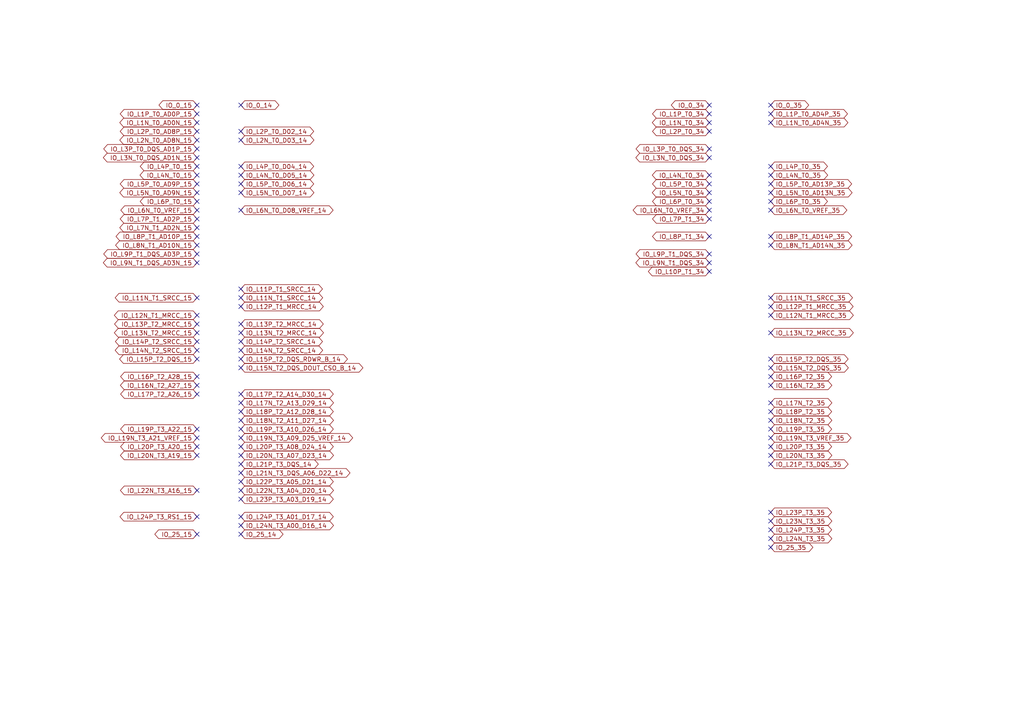
<source format=kicad_sch>
(kicad_sch (version 20230121) (generator eeschema)
  (paper "A4")
  (lib_symbols)
  (no_connect (at 69.85 106.68))
  (no_connect (at 69.85 149.86))
  (no_connect (at 223.52 134.62))
  (no_connect (at 223.52 91.44))
  (no_connect (at 69.85 48.26))
  (no_connect (at 57.15 38.1))
  (no_connect (at 57.15 93.98))
  (no_connect (at 69.85 129.54))
  (no_connect (at 69.85 104.14))
  (no_connect (at 223.52 111.76))
  (no_connect (at 57.15 58.42))
  (no_connect (at 223.52 30.48))
  (no_connect (at 57.15 35.56))
  (no_connect (at 223.52 35.56))
  (no_connect (at 57.15 124.46))
  (no_connect (at 69.85 55.88))
  (no_connect (at 223.52 156.21))
  (no_connect (at 205.74 63.5))
  (no_connect (at 69.85 93.98))
  (no_connect (at 69.85 114.3))
  (no_connect (at 57.15 99.06))
  (no_connect (at 57.15 91.44))
  (no_connect (at 69.85 30.48))
  (no_connect (at 57.15 66.04))
  (no_connect (at 57.15 132.08))
  (no_connect (at 205.74 30.48))
  (no_connect (at 205.74 76.2))
  (no_connect (at 223.52 104.14))
  (no_connect (at 69.85 116.84))
  (no_connect (at 205.74 33.02))
  (no_connect (at 57.15 104.14))
  (no_connect (at 223.52 158.75))
  (no_connect (at 69.85 101.6))
  (no_connect (at 69.85 152.4))
  (no_connect (at 223.52 151.13))
  (no_connect (at 205.74 78.74))
  (no_connect (at 57.15 33.02))
  (no_connect (at 223.52 116.84))
  (no_connect (at 223.52 109.22))
  (no_connect (at 69.85 86.36))
  (no_connect (at 69.85 88.9))
  (no_connect (at 205.74 73.66))
  (no_connect (at 69.85 121.92))
  (no_connect (at 205.74 68.58))
  (no_connect (at 57.15 45.72))
  (no_connect (at 57.15 71.12))
  (no_connect (at 223.52 71.12))
  (no_connect (at 223.52 106.68))
  (no_connect (at 69.85 137.16))
  (no_connect (at 223.52 124.46))
  (no_connect (at 57.15 63.5))
  (no_connect (at 223.52 33.02))
  (no_connect (at 69.85 40.64))
  (no_connect (at 205.74 45.72))
  (no_connect (at 57.15 76.2))
  (no_connect (at 57.15 111.76))
  (no_connect (at 223.52 88.9))
  (no_connect (at 69.85 53.34))
  (no_connect (at 223.52 53.34))
  (no_connect (at 57.15 149.86))
  (no_connect (at 223.52 127))
  (no_connect (at 223.52 48.26))
  (no_connect (at 205.74 38.1))
  (no_connect (at 69.85 132.08))
  (no_connect (at 69.85 83.82))
  (no_connect (at 223.52 68.58))
  (no_connect (at 223.52 50.8))
  (no_connect (at 69.85 144.78))
  (no_connect (at 57.15 154.94))
  (no_connect (at 57.15 96.52))
  (no_connect (at 205.74 58.42))
  (no_connect (at 69.85 139.7))
  (no_connect (at 57.15 142.24))
  (no_connect (at 57.15 127))
  (no_connect (at 223.52 55.88))
  (no_connect (at 205.74 50.8))
  (no_connect (at 69.85 50.8))
  (no_connect (at 223.52 132.08))
  (no_connect (at 57.15 50.8))
  (no_connect (at 69.85 134.62))
  (no_connect (at 57.15 73.66))
  (no_connect (at 223.52 119.38))
  (no_connect (at 57.15 101.6))
  (no_connect (at 57.15 40.64))
  (no_connect (at 69.85 99.06))
  (no_connect (at 57.15 86.36))
  (no_connect (at 223.52 148.59))
  (no_connect (at 223.52 96.52))
  (no_connect (at 223.52 129.54))
  (no_connect (at 57.15 53.34))
  (no_connect (at 57.15 30.48))
  (no_connect (at 205.74 35.56))
  (no_connect (at 223.52 60.96))
  (no_connect (at 57.15 43.18))
  (no_connect (at 205.74 60.96))
  (no_connect (at 69.85 124.46))
  (no_connect (at 57.15 55.88))
  (no_connect (at 57.15 48.26))
  (no_connect (at 205.74 43.18))
  (no_connect (at 57.15 109.22))
  (no_connect (at 223.52 153.67))
  (no_connect (at 69.85 96.52))
  (no_connect (at 69.85 142.24))
  (no_connect (at 223.52 86.36))
  (no_connect (at 57.15 68.58))
  (no_connect (at 69.85 38.1))
  (no_connect (at 69.85 127))
  (no_connect (at 57.15 60.96))
  (no_connect (at 223.52 58.42))
  (no_connect (at 57.15 114.3))
  (no_connect (at 205.74 55.88))
  (no_connect (at 69.85 154.94))
  (no_connect (at 57.15 129.54))
  (no_connect (at 69.85 60.96))
  (no_connect (at 223.52 121.92))
  (no_connect (at 69.85 119.38))
  (no_connect (at 205.74 53.34))
  (global_label "IO_L15P_T2_DQS_35" (shape bidirectional) (at 223.52 104.14 0) (property "Intersheetrefs" "${INTERSHEET_REFS}" (effects hide)))
  (global_label "IO_L13P_T2_MRCC_15" (shape bidirectional) (at 57.15 93.98 180) (property "Intersheetrefs" "${INTERSHEET_REFS}" (effects hide)))
  (global_label "IO_L2P_T0_34" (shape bidirectional) (at 205.74 38.1 180) (property "Intersheetrefs" "${INTERSHEET_REFS}" (effects hide)))
  (global_label "IO_L8N_T1_AD10N_15" (shape bidirectional) (at 57.15 71.12 180) (property "Intersheetrefs" "${INTERSHEET_REFS}" (effects hide)))
  (global_label "IO_L23P_T3_35" (shape bidirectional) (at 223.52 148.59 0) (property "Intersheetrefs" "${INTERSHEET_REFS}" (effects hide)))
  (global_label "IO_L20P_T3_35" (shape bidirectional) (at 223.52 129.54 0) (property "Intersheetrefs" "${INTERSHEET_REFS}" (effects hide)))
  (global_label "IO_L2N_T0_AD8N_15" (shape bidirectional) (at 57.15 40.64 180) (property "Intersheetrefs" "${INTERSHEET_REFS}" (effects hide)))
  (global_label "IO_L20N_T3_A19_15" (shape bidirectional) (at 57.15 132.08 180) (property "Intersheetrefs" "${INTERSHEET_REFS}" (effects hide)))
  (global_label "IO_L5N_T0_34" (shape bidirectional) (at 205.74 55.88 180) (property "Intersheetrefs" "${INTERSHEET_REFS}" (effects hide)))
  (global_label "IO_25_15" (shape bidirectional) (at 57.15 154.94 180) (property "Intersheetrefs" "${INTERSHEET_REFS}" (effects hide)))
  (global_label "IO_L16N_T2_35" (shape bidirectional) (at 223.52 111.76 0) (property "Intersheetrefs" "${INTERSHEET_REFS}" (effects hide)))
  (global_label "IO_L22P_T3_A05_D21_14" (shape bidirectional) (at 69.85 139.7 0) (property "Intersheetrefs" "${INTERSHEET_REFS}" (effects hide)))
  (global_label "IO_L2N_T0_D03_14" (shape bidirectional) (at 69.85 40.64 0) (property "Intersheetrefs" "${INTERSHEET_REFS}" (effects hide)))
  (global_label "IO_L8P_T1_AD14P_35" (shape bidirectional) (at 223.52 68.58 0) (property "Intersheetrefs" "${INTERSHEET_REFS}" (effects hide)))
  (global_label "IO_L17P_T2_A14_D30_14" (shape bidirectional) (at 69.85 114.3 0) (property "Intersheetrefs" "${INTERSHEET_REFS}" (effects hide)))
  (global_label "IO_L21P_T3_DQS_35" (shape bidirectional) (at 223.52 134.62 0) (property "Intersheetrefs" "${INTERSHEET_REFS}" (effects hide)))
  (global_label "IO_L13N_T2_MRCC_15" (shape bidirectional) (at 57.15 96.52 180) (property "Intersheetrefs" "${INTERSHEET_REFS}" (effects hide)))
  (global_label "IO_L9P_T1_DQS_AD3P_15" (shape bidirectional) (at 57.15 73.66 180) (property "Intersheetrefs" "${INTERSHEET_REFS}" (effects hide)))
  (global_label "IO_L19P_T3_A10_D26_14" (shape bidirectional) (at 69.85 124.46 0) (property "Intersheetrefs" "${INTERSHEET_REFS}" (effects hide)))
  (global_label "IO_L22N_T3_A16_15" (shape bidirectional) (at 57.15 142.24 180) (property "Intersheetrefs" "${INTERSHEET_REFS}" (effects hide)))
  (global_label "IO_0_15" (shape bidirectional) (at 57.15 30.48 180) (property "Intersheetrefs" "${INTERSHEET_REFS}" (effects hide)))
  (global_label "IO_0_35" (shape bidirectional) (at 223.52 30.48 0) (property "Intersheetrefs" "${INTERSHEET_REFS}" (effects hide)))
  (global_label "IO_L9N_T1_DQS_AD3N_15" (shape bidirectional) (at 57.15 76.2 180) (property "Intersheetrefs" "${INTERSHEET_REFS}" (effects hide)))
  (global_label "IO_L18N_T2_35" (shape bidirectional) (at 223.52 121.92 0) (property "Intersheetrefs" "${INTERSHEET_REFS}" (effects hide)))
  (global_label "IO_L12N_T1_MRCC_35" (shape bidirectional) (at 223.52 91.44 0) (property "Intersheetrefs" "${INTERSHEET_REFS}" (effects hide)))
  (global_label "IO_L7P_T1_34" (shape bidirectional) (at 205.74 63.5 180) (property "Intersheetrefs" "${INTERSHEET_REFS}" (effects hide)))
  (global_label "IO_L22N_T3_A04_D20_14" (shape bidirectional) (at 69.85 142.24 0) (property "Intersheetrefs" "${INTERSHEET_REFS}" (effects hide)))
  (global_label "IO_L3P_T0_DQS_34" (shape bidirectional) (at 205.74 43.18 180) (property "Intersheetrefs" "${INTERSHEET_REFS}" (effects hide)))
  (global_label "IO_L15N_T2_DQS_35" (shape bidirectional) (at 223.52 106.68 0) (property "Intersheetrefs" "${INTERSHEET_REFS}" (effects hide)))
  (global_label "IO_L5N_T0_D07_14" (shape bidirectional) (at 69.85 55.88 0) (property "Intersheetrefs" "${INTERSHEET_REFS}" (effects hide)))
  (global_label "IO_L3N_T0_DQS_34" (shape bidirectional) (at 205.74 45.72 180) (property "Intersheetrefs" "${INTERSHEET_REFS}" (effects hide)))
  (global_label "IO_L2P_T0_AD8P_15" (shape bidirectional) (at 57.15 38.1 180) (property "Intersheetrefs" "${INTERSHEET_REFS}" (effects hide)))
  (global_label "IO_L13N_T2_MRCC_35" (shape bidirectional) (at 223.52 96.52 0) (property "Intersheetrefs" "${INTERSHEET_REFS}" (effects hide)))
  (global_label "IO_L19P_T3_35" (shape bidirectional) (at 223.52 124.46 0) (property "Intersheetrefs" "${INTERSHEET_REFS}" (effects hide)))
  (global_label "IO_L21P_T3_DQS_14" (shape bidirectional) (at 69.85 134.62 0) (property "Intersheetrefs" "${INTERSHEET_REFS}" (effects hide)))
  (global_label "IO_L19N_T3_A21_VREF_15" (shape bidirectional) (at 57.15 127 180) (property "Intersheetrefs" "${INTERSHEET_REFS}" (effects hide)))
  (global_label "IO_L7P_T1_AD2P_15" (shape bidirectional) (at 57.15 63.5 180) (property "Intersheetrefs" "${INTERSHEET_REFS}" (effects hide)))
  (global_label "IO_L14P_T2_SRCC_15" (shape bidirectional) (at 57.15 99.06 180) (property "Intersheetrefs" "${INTERSHEET_REFS}" (effects hide)))
  (global_label "IO_L5P_T0_AD9P_15" (shape bidirectional) (at 57.15 53.34 180) (property "Intersheetrefs" "${INTERSHEET_REFS}" (effects hide)))
  (global_label "IO_L4N_T0_34" (shape bidirectional) (at 205.74 50.8 180) (property "Intersheetrefs" "${INTERSHEET_REFS}" (effects hide)))
  (global_label "IO_L4N_T0_35" (shape bidirectional) (at 223.52 50.8 0) (property "Intersheetrefs" "${INTERSHEET_REFS}" (effects hide)))
  (global_label "IO_L19N_T3_VREF_35" (shape bidirectional) (at 223.52 127 0) (property "Intersheetrefs" "${INTERSHEET_REFS}" (effects hide)))
  (global_label "IO_L3P_T0_DQS_AD1P_15" (shape bidirectional) (at 57.15 43.18 180) (property "Intersheetrefs" "${INTERSHEET_REFS}" (effects hide)))
  (global_label "IO_L2P_T0_D02_14" (shape bidirectional) (at 69.85 38.1 0) (property "Intersheetrefs" "${INTERSHEET_REFS}" (effects hide)))
  (global_label "IO_L20N_T3_A07_D23_14" (shape bidirectional) (at 69.85 132.08 0) (property "Intersheetrefs" "${INTERSHEET_REFS}" (effects hide)))
  (global_label "IO_L4N_T0_15" (shape bidirectional) (at 57.15 50.8 180) (property "Intersheetrefs" "${INTERSHEET_REFS}" (effects hide)))
  (global_label "IO_25_35" (shape bidirectional) (at 223.52 158.75 0) (property "Intersheetrefs" "${INTERSHEET_REFS}" (effects hide)))
  (global_label "IO_L24P_T3_RS1_15" (shape bidirectional) (at 57.15 149.86 180) (property "Intersheetrefs" "${INTERSHEET_REFS}" (effects hide)))
  (global_label "IO_L15N_T2_DQS_DOUT_CSO_B_14" (shape bidirectional) (at 69.85 106.68 0) (property "Intersheetrefs" "${INTERSHEET_REFS}" (effects hide)))
  (global_label "IO_L5P_T0_D06_14" (shape bidirectional) (at 69.85 53.34 0) (property "Intersheetrefs" "${INTERSHEET_REFS}" (effects hide)))
  (global_label "IO_L11P_T1_SRCC_14" (shape bidirectional) (at 69.85 83.82 0) (property "Intersheetrefs" "${INTERSHEET_REFS}" (effects hide)))
  (global_label "IO_L5N_T0_AD9N_15" (shape bidirectional) (at 57.15 55.88 180) (property "Intersheetrefs" "${INTERSHEET_REFS}" (effects hide)))
  (global_label "IO_L4P_T0_15" (shape bidirectional) (at 57.15 48.26 180) (property "Intersheetrefs" "${INTERSHEET_REFS}" (effects hide)))
  (global_label "IO_L16P_T2_A28_15" (shape bidirectional) (at 57.15 109.22 180) (property "Intersheetrefs" "${INTERSHEET_REFS}" (effects hide)))
  (global_label "IO_L5P_T0_34" (shape bidirectional) (at 205.74 53.34 180) (property "Intersheetrefs" "${INTERSHEET_REFS}" (effects hide)))
  (global_label "IO_L17N_T2_A13_D29_14" (shape bidirectional) (at 69.85 116.84 0) (property "Intersheetrefs" "${INTERSHEET_REFS}" (effects hide)))
  (global_label "IO_L24P_T3_35" (shape bidirectional) (at 223.52 153.67 0) (property "Intersheetrefs" "${INTERSHEET_REFS}" (effects hide)))
  (global_label "IO_L15P_T2_DQS_RDWR_B_14" (shape bidirectional) (at 69.85 104.14 0) (property "Intersheetrefs" "${INTERSHEET_REFS}" (effects hide)))
  (global_label "IO_L1N_T0_34" (shape bidirectional) (at 205.74 35.56 180) (property "Intersheetrefs" "${INTERSHEET_REFS}" (effects hide)))
  (global_label "IO_L19P_T3_A22_15" (shape bidirectional) (at 57.15 124.46 180) (property "Intersheetrefs" "${INTERSHEET_REFS}" (effects hide)))
  (global_label "IO_L13N_T2_MRCC_14" (shape bidirectional) (at 69.85 96.52 0) (property "Intersheetrefs" "${INTERSHEET_REFS}" (effects hide)))
  (global_label "IO_L6N_T0_VREF_15" (shape bidirectional) (at 57.15 60.96 180) (property "Intersheetrefs" "${INTERSHEET_REFS}" (effects hide)))
  (global_label "IO_L3N_T0_DQS_AD1N_15" (shape bidirectional) (at 57.15 45.72 180) (property "Intersheetrefs" "${INTERSHEET_REFS}" (effects hide)))
  (global_label "IO_L8P_T1_AD10P_15" (shape bidirectional) (at 57.15 68.58 180) (property "Intersheetrefs" "${INTERSHEET_REFS}" (effects hide)))
  (global_label "IO_L6N_T0_VREF_35" (shape bidirectional) (at 223.52 60.96 0) (property "Intersheetrefs" "${INTERSHEET_REFS}" (effects hide)))
  (global_label "IO_L18P_T2_35" (shape bidirectional) (at 223.52 119.38 0) (property "Intersheetrefs" "${INTERSHEET_REFS}" (effects hide)))
  (global_label "IO_L12N_T1_MRCC_15" (shape bidirectional) (at 57.15 91.44 180) (property "Intersheetrefs" "${INTERSHEET_REFS}" (effects hide)))
  (global_label "IO_L1N_T0_AD4N_35" (shape bidirectional) (at 223.52 35.56 0) (property "Intersheetrefs" "${INTERSHEET_REFS}" (effects hide)))
  (global_label "IO_L16P_T2_35" (shape bidirectional) (at 223.52 109.22 0) (property "Intersheetrefs" "${INTERSHEET_REFS}" (effects hide)))
  (global_label "IO_L11N_T1_SRCC_14" (shape bidirectional) (at 69.85 86.36 0) (property "Intersheetrefs" "${INTERSHEET_REFS}" (effects hide)))
  (global_label "IO_L19N_T3_A09_D25_VREF_14" (shape bidirectional) (at 69.85 127 0) (property "Intersheetrefs" "${INTERSHEET_REFS}" (effects hide)))
  (global_label "IO_L20P_T3_A20_15" (shape bidirectional) (at 57.15 129.54 180) (property "Intersheetrefs" "${INTERSHEET_REFS}" (effects hide)))
  (global_label "IO_L17P_T2_A26_15" (shape bidirectional) (at 57.15 114.3 180) (property "Intersheetrefs" "${INTERSHEET_REFS}" (effects hide)))
  (global_label "IO_L4P_T0_D04_14" (shape bidirectional) (at 69.85 48.26 0) (property "Intersheetrefs" "${INTERSHEET_REFS}" (effects hide)))
  (global_label "IO_L8P_T1_34" (shape bidirectional) (at 205.74 68.58 180) (property "Intersheetrefs" "${INTERSHEET_REFS}" (effects hide)))
  (global_label "IO_L6P_T0_35" (shape bidirectional) (at 223.52 58.42 0) (property "Intersheetrefs" "${INTERSHEET_REFS}" (effects hide)))
  (global_label "IO_L14P_T2_SRCC_14" (shape bidirectional) (at 69.85 99.06 0) (property "Intersheetrefs" "${INTERSHEET_REFS}" (effects hide)))
  (global_label "IO_L1P_T0_34" (shape bidirectional) (at 205.74 33.02 180) (property "Intersheetrefs" "${INTERSHEET_REFS}" (effects hide)))
  (global_label "IO_L10P_T1_34" (shape bidirectional) (at 205.74 78.74 180) (property "Intersheetrefs" "${INTERSHEET_REFS}" (effects hide)))
  (global_label "IO_L5P_T0_AD13P_35" (shape bidirectional) (at 223.52 53.34 0) (property "Intersheetrefs" "${INTERSHEET_REFS}" (effects hide)))
  (global_label "IO_L14N_T2_SRCC_15" (shape bidirectional) (at 57.15 101.6 180) (property "Intersheetrefs" "${INTERSHEET_REFS}" (effects hide)))
  (global_label "IO_L20N_T3_35" (shape bidirectional) (at 223.52 132.08 0) (property "Intersheetrefs" "${INTERSHEET_REFS}" (effects hide)))
  (global_label "IO_L21N_T3_DQS_A06_D22_14" (shape bidirectional) (at 69.85 137.16 0) (property "Intersheetrefs" "${INTERSHEET_REFS}" (effects hide)))
  (global_label "IO_0_34" (shape bidirectional) (at 205.74 30.48 180) (property "Intersheetrefs" "${INTERSHEET_REFS}" (effects hide)))
  (global_label "IO_L16N_T2_A27_15" (shape bidirectional) (at 57.15 111.76 180) (property "Intersheetrefs" "${INTERSHEET_REFS}" (effects hide)))
  (global_label "IO_L24N_T3_A00_D16_14" (shape bidirectional) (at 69.85 152.4 0) (property "Intersheetrefs" "${INTERSHEET_REFS}" (effects hide)))
  (global_label "IO_L18P_T2_A12_D28_14" (shape bidirectional) (at 69.85 119.38 0) (property "Intersheetrefs" "${INTERSHEET_REFS}" (effects hide)))
  (global_label "IO_L12P_T1_MRCC_35" (shape bidirectional) (at 223.52 88.9 0) (property "Intersheetrefs" "${INTERSHEET_REFS}" (effects hide)))
  (global_label "IO_L24N_T3_35" (shape bidirectional) (at 223.52 156.21 0) (property "Intersheetrefs" "${INTERSHEET_REFS}" (effects hide)))
  (global_label "IO_L13P_T2_MRCC_14" (shape bidirectional) (at 69.85 93.98 0) (property "Intersheetrefs" "${INTERSHEET_REFS}" (effects hide)))
  (global_label "IO_L9N_T1_DQS_34" (shape bidirectional) (at 205.74 76.2 180) (property "Intersheetrefs" "${INTERSHEET_REFS}" (effects hide)))
  (global_label "IO_L6P_T0_34" (shape bidirectional) (at 205.74 58.42 180) (property "Intersheetrefs" "${INTERSHEET_REFS}" (effects hide)))
  (global_label "IO_L1P_T0_AD0P_15" (shape bidirectional) (at 57.15 33.02 180) (property "Intersheetrefs" "${INTERSHEET_REFS}" (effects hide)))
  (global_label "IO_L9P_T1_DQS_34" (shape bidirectional) (at 205.74 73.66 180) (property "Intersheetrefs" "${INTERSHEET_REFS}" (effects hide)))
  (global_label "IO_L6P_T0_15" (shape bidirectional) (at 57.15 58.42 180) (property "Intersheetrefs" "${INTERSHEET_REFS}" (effects hide)))
  (global_label "IO_L1N_T0_AD0N_15" (shape bidirectional) (at 57.15 35.56 180) (property "Intersheetrefs" "${INTERSHEET_REFS}" (effects hide)))
  (global_label "IO_L4N_T0_D05_14" (shape bidirectional) (at 69.85 50.8 0) (property "Intersheetrefs" "${INTERSHEET_REFS}" (effects hide)))
  (global_label "IO_L12P_T1_MRCC_14" (shape bidirectional) (at 69.85 88.9 0) (property "Intersheetrefs" "${INTERSHEET_REFS}" (effects hide)))
  (global_label "IO_25_14" (shape bidirectional) (at 69.85 154.94 0) (property "Intersheetrefs" "${INTERSHEET_REFS}" (effects hide)))
  (global_label "IO_L4P_T0_35" (shape bidirectional) (at 223.52 48.26 0) (property "Intersheetrefs" "${INTERSHEET_REFS}" (effects hide)))
  (global_label "IO_L7N_T1_AD2N_15" (shape bidirectional) (at 57.15 66.04 180) (property "Intersheetrefs" "${INTERSHEET_REFS}" (effects hide)))
  (global_label "IO_L6N_T0_D08_VREF_14" (shape bidirectional) (at 69.85 60.96 0) (property "Intersheetrefs" "${INTERSHEET_REFS}" (effects hide)))
  (global_label "IO_L20P_T3_A08_D24_14" (shape bidirectional) (at 69.85 129.54 0) (property "Intersheetrefs" "${INTERSHEET_REFS}" (effects hide)))
  (global_label "IO_L14N_T2_SRCC_14" (shape bidirectional) (at 69.85 101.6 0) (property "Intersheetrefs" "${INTERSHEET_REFS}" (effects hide)))
  (global_label "IO_L8N_T1_AD14N_35" (shape bidirectional) (at 223.52 71.12 0) (property "Intersheetrefs" "${INTERSHEET_REFS}" (effects hide)))
  (global_label "IO_L24P_T3_A01_D17_14" (shape bidirectional) (at 69.85 149.86 0) (property "Intersheetrefs" "${INTERSHEET_REFS}" (effects hide)))
  (global_label "IO_L23N_T3_35" (shape bidirectional) (at 223.52 151.13 0) (property "Intersheetrefs" "${INTERSHEET_REFS}" (effects hide)))
  (global_label "IO_L6N_T0_VREF_34" (shape bidirectional) (at 205.74 60.96 180) (property "Intersheetrefs" "${INTERSHEET_REFS}" (effects hide)))
  (global_label "IO_0_14" (shape bidirectional) (at 69.85 30.48 0) (property "Intersheetrefs" "${INTERSHEET_REFS}" (effects hide)))
  (global_label "IO_L11N_T1_SRCC_15" (shape bidirectional) (at 57.15 86.36 180) (property "Intersheetrefs" "${INTERSHEET_REFS}" (effects hide)))
  (global_label "IO_L11N_T1_SRCC_35" (shape bidirectional) (at 223.52 86.36 0) (property "Intersheetrefs" "${INTERSHEET_REFS}" (effects hide)))
  (global_label "IO_L15P_T2_DQS_15" (shape bidirectional) (at 57.15 104.14 180) (property "Intersheetrefs" "${INTERSHEET_REFS}" (effects hide)))
  (global_label "IO_L1P_T0_AD4P_35" (shape bidirectional) (at 223.52 33.02 0) (property "Intersheetrefs" "${INTERSHEET_REFS}" (effects hide)))
  (global_label "IO_L17N_T2_35" (shape bidirectional) (at 223.52 116.84 0) (property "Intersheetrefs" "${INTERSHEET_REFS}" (effects hide)))
  (global_label "IO_L23P_T3_A03_D19_14" (shape bidirectional) (at 69.85 144.78 0) (property "Intersheetrefs" "${INTERSHEET_REFS}" (effects hide)))
  (global_label "IO_L5N_T0_AD13N_35" (shape bidirectional) (at 223.52 55.88 0) (property "Intersheetrefs" "${INTERSHEET_REFS}" (effects hide)))
  (global_label "IO_L18N_T2_A11_D27_14" (shape bidirectional) (at 69.85 121.92 0) (property "Intersheetrefs" "${INTERSHEET_REFS}" (effects hide)))
)
</source>
